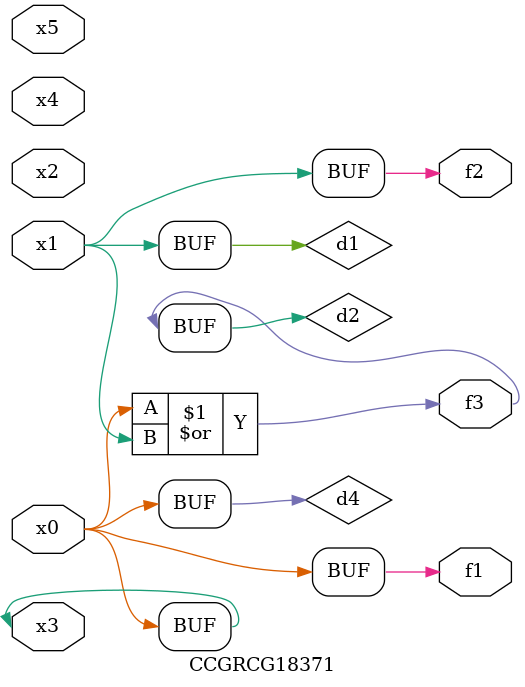
<source format=v>
module CCGRCG18371(
	input x0, x1, x2, x3, x4, x5,
	output f1, f2, f3
);

	wire d1, d2, d3, d4;

	and (d1, x1);
	or (d2, x0, x1);
	nand (d3, x0, x5);
	buf (d4, x0, x3);
	assign f1 = d4;
	assign f2 = d1;
	assign f3 = d2;
endmodule

</source>
